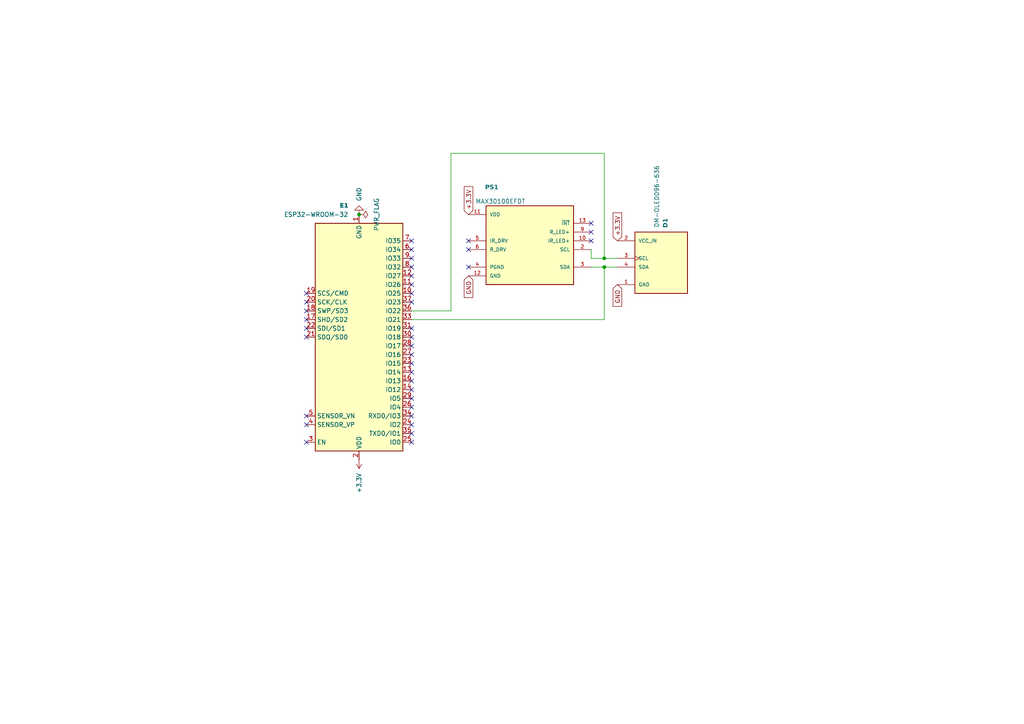
<source format=kicad_sch>
(kicad_sch (version 20250114) (generator "eeschema") (generator_version "9.0")
  (paper "A4")
  (lib_symbols
    (symbol "DM-OLED096-636:DM-OLED096-636" (pin_names (offset 1.016))
      (property "Reference" "U" (at -7.62 10.922 0))
      (property "Value" "DM-OLED096-636" (at -7.62 -10.16 0))
      (symbol "DM-OLED096-636_0_0"
        (rectangle (start -7.62 -7.62) (end 7.62 10.16) (stroke (width 0.254)) (fill (type background)))
        (pin power_in line (at 12.7 7.62 180) (length 5.08) (name "VCC_IN") (number "2"))
        (pin input clock (at 12.7 2.54 180) (length 5.08) (name "SCL") (number "3"))
        (pin bidirectional line (at 12.7 0 180) (length 5.08) (name "SDA") (number "4"))
        (pin power_in line (at 12.7 -5.08 180) (length 5.08) (name "GND") (number "1"))
      )
    )
    (symbol "MAX30100EFDT:MAX30100EFDT" (pin_names (offset 1.016))
      (property "Reference" "U" (at -12.7035 11.4332 0))
      (property "Value" "MAX30100EFDT" (at -12.7055 -13.9761 0))
      (symbol "MAX30100EFDT_0_0"
        (rectangle (start -12.7 -11.43) (end 12.7 11.43) (stroke (width 0.254)) (fill (type background)))
        (pin input line (at -17.78 6.35 0) (length 5.08) (name "~{INT}") (number "13"))
        (pin input line (at -17.78 3.81 0) (length 5.08) (name "R_LED+") (number "9"))
        (pin input line (at -17.78 1.27 0) (length 5.08) (name "IR_LED+") (number "10"))
        (pin input line (at -17.78 -1.27 0) (length 5.08) (name "SCL") (number "2"))
        (pin bidirectional line (at -17.78 -6.35 0) (length 5.08) (name "SDA") (number "3"))
        (pin power_in line (at 17.78 8.89 180) (length 5.08) (name "VDD") (number "11"))
        (pin passive line (at 17.78 1.27 180) (length 5.08) (name "IR_DRV") (number "5"))
        (pin passive line (at 17.78 -1.27 180) (length 5.08) (name "R_DRV") (number "6"))
        (pin passive line (at 17.78 -6.35 180) (length 5.08) (name "PGND") (number "4"))
        (pin passive line (at 17.78 -8.89 180) (length 5.08) (name "GND") (number "12"))
      )
    )
    (symbol "RF_Module:ESP32-WROOM-32"
      (property "Reference" "U" (at -12.7 34.29 0))
      (property "Value" "ESP32-WROOM-32" (at 1.27 34.29 0))
      (symbol "ESP32-WROOM-32_0_1"
        (rectangle (start -12.7 33.02) (end 12.7 -33.02) (stroke (width 0.254)) (fill (type background)))
      )
      (symbol "ESP32-WROOM-32_1_1"
        (pin input line (at -15.24 30.48 0) (length 2.54) (name "EN") (number "3"))
        (pin input line (at -15.24 25.4 0) (length 2.54) (name "SENSOR_VP") (number "4"))
        (pin input line (at -15.24 22.86 0) (length 2.54) (name "SENSOR_VN") (number "5"))
        (pin bidirectional line (at -15.24 0 0) (length 2.54) (name "SDO/SD0") (number "21"))
        (pin bidirectional line (at -15.24 -2.54 0) (length 2.54) (name "SDI/SD1") (number "22"))
        (pin bidirectional line (at -15.24 -5.08 0) (length 2.54) (name "SHD/SD2") (number "17"))
        (pin bidirectional line (at -15.24 -7.62 0) (length 2.54) (name "SWP/SD3") (number "18"))
        (pin bidirectional line (at -15.24 -10.16 0) (length 2.54) (name "SCK/CLK") (number "20"))
        (pin bidirectional line (at -15.24 -12.7 0) (length 2.54) (name "SCS/CMD") (number "19"))
        (pin no_connect line (at -12.7 -27.94 0) (length 2.54) (hide yes) (name "NC") (number "32"))
        (pin power_in line (at 0 35.56 270) (length 2.54) (name "VDD") (number "2"))
        (pin power_in line (at 0 -35.56 90) (length 2.54) (name "GND") (number "1"))
        (pin passive line (at 0 -35.56 90) (length 2.54) (hide yes) (name "GND") (number "15"))
        (pin passive line (at 0 -35.56 90) (length 2.54) (hide yes) (name "GND") (number "38"))
        (pin passive line (at 0 -35.56 90) (length 2.54) (hide yes) (name "GND") (number "39"))
        (pin bidirectional line (at 15.24 30.48 180) (length 2.54) (name "IO0") (number "25"))
        (pin bidirectional line (at 15.24 27.94 180) (length 2.54) (name "TXD0/IO1") (number "35"))
        (pin bidirectional line (at 15.24 25.4 180) (length 2.54) (name "IO2") (number "24"))
        (pin bidirectional line (at 15.24 22.86 180) (length 2.54) (name "RXD0/IO3") (number "34"))
        (pin bidirectional line (at 15.24 20.32 180) (length 2.54) (name "IO4") (number "26"))
        (pin bidirectional line (at 15.24 17.78 180) (length 2.54) (name "IO5") (number "29"))
        (pin bidirectional line (at 15.24 15.24 180) (length 2.54) (name "IO12") (number "14"))
        (pin bidirectional line (at 15.24 12.7 180) (length 2.54) (name "IO13") (number "16"))
        (pin bidirectional line (at 15.24 10.16 180) (length 2.54) (name "IO14") (number "13"))
        (pin bidirectional line (at 15.24 7.62 180) (length 2.54) (name "IO15") (number "23"))
        (pin bidirectional line (at 15.24 5.08 180) (length 2.54) (name "IO16") (number "27"))
        (pin bidirectional line (at 15.24 2.54 180) (length 2.54) (name "IO17") (number "28"))
        (pin bidirectional line (at 15.24 0 180) (length 2.54) (name "IO18") (number "30"))
        (pin bidirectional line (at 15.24 -2.54 180) (length 2.54) (name "IO19") (number "31"))
        (pin bidirectional line (at 15.24 -5.08 180) (length 2.54) (name "IO21") (number "33"))
        (pin bidirectional line (at 15.24 -7.62 180) (length 2.54) (name "IO22") (number "36"))
        (pin bidirectional line (at 15.24 -10.16 180) (length 2.54) (name "IO23") (number "37"))
        (pin bidirectional line (at 15.24 -12.7 180) (length 2.54) (name "IO25") (number "10"))
        (pin bidirectional line (at 15.24 -15.24 180) (length 2.54) (name "IO26") (number "11"))
        (pin bidirectional line (at 15.24 -17.78 180) (length 2.54) (name "IO27") (number "12"))
        (pin bidirectional line (at 15.24 -20.32 180) (length 2.54) (name "IO32") (number "8"))
        (pin bidirectional line (at 15.24 -22.86 180) (length 2.54) (name "IO33") (number "9"))
        (pin input line (at 15.24 -25.4 180) (length 2.54) (name "IO34") (number "6"))
        (pin input line (at 15.24 -27.94 180) (length 2.54) (name "IO35") (number "7"))
      )
    )
    (symbol "power:+3.3V" (power) (pin_numbers (hide yes)) (pin_names (offset 0) (hide yes))
      (property "Value" "+3.3V" (at 0 3.556 0))
      (symbol "+3.3V_0_1"
        (polyline (pts (xy -0.762 1.27) (xy 0 2.54)))
        (polyline (pts (xy 0 2.54) (xy 0.762 1.27)))
        (polyline (pts (xy 0 0) (xy 0 2.54)))
      )
      (symbol "+3.3V_1_1"
        (pin power_in line (at 0 0 90) (length 0) (name "~") (number "1"))
      )
    )
    (symbol "power:GND" (power) (pin_numbers (hide yes)) (pin_names (offset 0) (hide yes))
      (property "Value" "GND" (at 0 -3.81 0))
      (symbol "GND_0_1"
        (polyline (pts (xy 0 0) (xy 0 -1.27) (xy 1.27 -1.27) (xy 0 -2.54) (xy -1.27 -1.27) (xy 0 -1.27)))
      )
      (symbol "GND_1_1"
        (pin power_in line (at 0 0 270) (length 0) (name "~") (number "1"))
      )
    )
    (symbol "power:PWR_FLAG" (power) (pin_numbers (hide yes)) (pin_names (offset 0) (hide yes))
      (property "Value" "PWR_FLAG" (at 0 3.81 0))
      (symbol "PWR_FLAG_0_0"
        (pin power_out line (at 0 0 90) (length 0) (name "~") (number "1"))
      )
      (symbol "PWR_FLAG_0_1"
        (polyline (pts (xy 0 0) (xy 0 1.27) (xy -1.016 1.905) (xy 0 2.54) (xy 1.016 1.905) (xy 0 1.27)))
      )
    )
  )
  (junction (at 104.14 62.23))
  (junction (at 175.26 77.47))
  (junction (at 175.26 74.93))
  (no_connect (at 119.38 115.57))
  (no_connect (at 135.89 69.85))
  (no_connect (at 171.45 67.31))
  (no_connect (at 88.9 123.19))
  (no_connect (at 171.45 69.85))
  (no_connect (at 119.38 123.19))
  (no_connect (at 88.9 85.09))
  (no_connect (at 119.38 107.95))
  (no_connect (at 119.38 95.25))
  (no_connect (at 135.89 77.47))
  (no_connect (at 119.38 102.87))
  (no_connect (at 119.38 82.55))
  (no_connect (at 119.38 120.65))
  (no_connect (at 119.38 125.73))
  (no_connect (at 119.38 74.93))
  (no_connect (at 119.38 118.11))
  (no_connect (at 119.38 87.63))
  (no_connect (at 88.9 95.25))
  (no_connect (at 119.38 100.33))
  (no_connect (at 119.38 85.09))
  (no_connect (at 119.38 77.47))
  (no_connect (at 119.38 72.39))
  (no_connect (at 119.38 110.49))
  (no_connect (at 88.9 97.79))
  (no_connect (at 88.9 120.65))
  (no_connect (at 119.38 69.85))
  (no_connect (at 119.38 128.27))
  (no_connect (at 171.45 64.77))
  (no_connect (at 88.9 128.27))
  (no_connect (at 88.9 87.63))
  (no_connect (at 119.38 105.41))
  (no_connect (at 88.9 90.17))
  (no_connect (at 119.38 80.01))
  (no_connect (at 119.38 113.03))
  (no_connect (at 135.89 72.39))
  (no_connect (at 88.9 92.71))
  (no_connect (at 119.38 97.79))
  (wire (pts (xy 175.26 92.71) (xy 119.38 92.71)))
  (wire (pts (xy 179.07 77.47) (xy 175.26 77.47)))
  (wire (pts (xy 179.07 74.93) (xy 175.26 74.93)))
  (wire (pts (xy 171.45 74.93) (xy 171.45 72.39)))
  (wire (pts (xy 175.26 44.45) (xy 130.81 44.45)))
  (wire (pts (xy 130.81 90.17) (xy 119.38 90.17)))
  (wire (pts (xy 175.26 74.93) (xy 171.45 74.93)))
  (wire (pts (xy 130.81 44.45) (xy 130.81 90.17)))
  (wire (pts (xy 175.26 77.47) (xy 171.45 77.47)))
  (wire (pts (xy 175.26 77.47) (xy 175.26 92.71)))
  (wire (pts (xy 175.26 74.93) (xy 175.26 44.45)))
  (global_label "+3.3V" (shape input) (at 135.89 62.23 90) (property "Intersheetrefs" "${INTERSHEET_REFS}" (effects (hide yes))))
  (global_label "GND" (shape input) (at 179.07 82.55 270) (property "Intersheetrefs" "${INTERSHEET_REFS}" (effects (hide yes))))
  (global_label "+3.3V" (shape input) (at 179.07 69.85 90) (property "Intersheetrefs" "${INTERSHEET_REFS}" (effects (hide yes))))
  (global_label "GND" (shape input) (at 135.89 80.01 270) (property "Intersheetrefs" "${INTERSHEET_REFS}" (effects (hide yes))))
  (symbol (lib_id "RF_Module:ESP32-WROOM-32") (at 104.14 97.79 0) (mirror x) (unit 1)
    (property "Reference" "E1" (at 101.0219 59.69 0) (effects (font (thickness 0.254) (bold yes)) (justify right)))
    (property "Value" "ESP32-WROOM-32" (at 101.0219 62.23 0) (effects (justify right)))
    (property "Footprint" "RF_Module:ESP32-WROOM-32" (effects (hide yes)))
    (property "Datasheet" "https://www.espressif.com/sites/default/files/documentation/esp32-wroom-32_datasheet_en.pdf" (effects (hide yes)))
    (property "Description" "RF Module, ESP32-D0WDQ6 SoC, Wi-Fi 802.11b/g/n, Bluetooth, BLE, 32-bit, 2.7-3.6V, onboard antenna, SMD" (effects (hide yes)))
  )
  (symbol (lib_id "MAX30100EFDT:MAX30100EFDT") (at 153.67 71.12 0) (mirror y) (unit 1)
    (property "Reference" "PS1" (at 144.526 54.356 0) (effects (font (bold yes)) (justify left)))
    (property "Value" "MAX30100EFDT" (at 152.4001 58.42 0) (effects (justify left)))
    (property "Footprint" "MAX30100_Library:LGA14R80P2X7_560X280X130" (effects (hide yes)))
    (property "MF" "Analog Devices" (effects (hide yes)))
    (property "Description_1" "Biometric Sensors Integrated Optical Sensor" (effects (hide yes)))
    (property "Package" "None" (effects (hide yes)))
    (property "Price" "None" (effects (hide yes)))
    (property "Check_prices" "https://www.snapeda.com/parts/MAX30100EFD/Analog+Devices/view-part/?ref=eda" (effects (hide yes)))
    (property "SnapEDA_Link" "https://www.snapeda.com/parts/MAX30100EFD/Analog+Devices/view-part/?ref=snap" (effects (hide yes)))
    (property "MP" "MAX30100EFD" (effects (hide yes)))
    (property "Availability" "Not in stock" (effects (hide yes)))
    (property "MANUFACTURER" "Maxim Integrated" (effects (hide yes)))
  )
  (symbol (lib_id "power:GND") (at 104.14 62.23 180) (unit 1)
    (property "Reference" "#PWR01" (effects (hide yes)))
    (property "Value" "GND" (at 104.1401 58.42 90) (effects (justify right)))
    (property "Description" "Power symbol creates a global label with name \"GND\" , ground" (effects (hide yes)))
  )
  (symbol (lib_id "power:+3.3V") (at 104.14 133.35 180) (unit 1)
    (property "Reference" "#PWR02" (effects (hide yes)))
    (property "Value" "+3.3V" (at 104.1401 137.16 90) (effects (justify left)))
    (property "Description" "Power symbol creates a global label with name \"+3.3V\"" (effects (hide yes)))
  )
  (symbol (lib_id "DM-OLED096-636:DM-OLED096-636") (at 191.77 77.47 0) (mirror y) (unit 1)
    (property "Reference" "D1" (at 193.0401 66.04 90) (effects (font (thickness 0.254) (bold yes)) (justify left)))
    (property "Value" "DM-OLED096-636" (at 190.5001 66.04 90) (effects (justify left)))
    (property "Footprint" "DM-OLED096-636:MODULE_DM-OLED096-636" (effects (hide yes)))
    (property "MF" "Display Module" (effects (hide yes)))
    (property "MAXIMUM_PACKAGE_HEIGHT" "11.3 mm" (effects (hide yes)))
    (property "Package" "Package" (effects (hide yes)))
    (property "Price" "None" (effects (hide yes)))
    (property "Check_prices" "https://www.snapeda.com/parts/DM-OLED096-636/Display+Module/view-part/?ref=eda" (effects (hide yes)))
    (property "STANDARD" "Manufacturer Recommendations" (effects (hide yes)))
    (property "PARTREV" "2018-09-10" (effects (hide yes)))
    (property "SnapEDA_Link" "https://www.snapeda.com/parts/DM-OLED096-636/Display+Module/view-part/?ref=snap" (effects (hide yes)))
    (property "MP" "DM-OLED096-636" (effects (hide yes)))
    (property "Description_1" "0.96” 128 X 64 MONOCHROME GRAPHIC OLED DISPLAY MODULE - I2C" (effects (hide yes)))
    (property "Availability" "Not in stock" (effects (hide yes)))
    (property "MANUFACTURER" "Displaymodule" (effects (hide yes)))
  )
  (symbol (lib_id "power:PWR_FLAG") (at 104.14 62.23 270) (unit 1)
    (property "Reference" "#FLG01" (effects (hide yes)))
    (property "Value" "PWR_FLAG" (at 109.22 62.23 0))
    (property "Description" "Special symbol for telling ERC where power comes from" (effects (hide yes)))
  )
)
</source>
